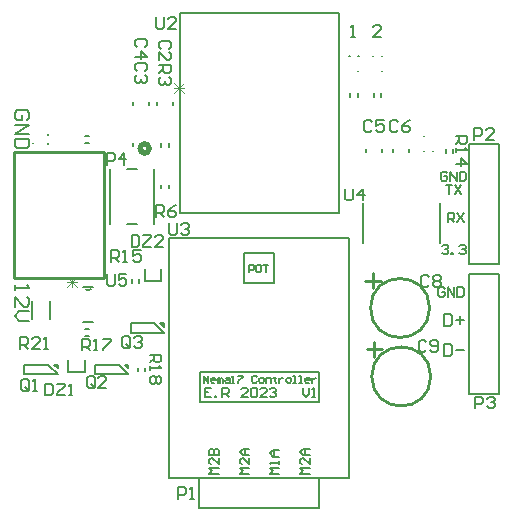
<source format=gto>
G04*
G04 #@! TF.GenerationSoftware,Altium Limited,Altium Designer,20.0.7 (75)*
G04*
G04 Layer_Color=65535*
%FSLAX44Y44*%
%MOMM*%
G71*
G01*
G75*
%ADD10C,0.5080*%
%ADD11C,0.1524*%
%ADD12C,0.2540*%
%ADD13C,0.1500*%
%ADD14C,0.2000*%
%ADD15C,0.1270*%
%ADD16C,0.1800*%
%ADD17C,0.0762*%
D10*
X-93440Y97021D02*
G03*
X-93440Y97021I-3810J0D01*
G01*
D11*
X-147130Y-22195D02*
G03*
X-142870Y-22195I2130J2181D01*
G01*
X-126288Y32759D02*
Y79241D01*
X-111867Y32759D02*
X-104133D01*
X-89712D02*
Y79241D01*
X-111867D02*
X-104133D01*
X-149068Y-20014D02*
X-140932D01*
X-149068Y-49986D02*
X-140932D01*
X-67310Y42723D02*
X67310D01*
Y211379D01*
X-67310D02*
X67310D01*
X-67310Y42723D02*
Y211379D01*
D12*
X145000Y-96000D02*
G03*
X145000Y-96000I-25000J0D01*
G01*
X144000Y-38000D02*
G03*
X144000Y-38000I-25000J0D01*
G01*
X-208100Y-12940D02*
Y93740D01*
X-131900D01*
Y-12940D02*
Y93740D01*
X-208100Y-12940D02*
X-131900D01*
X90740Y-73140D02*
X103490D01*
X97265Y-79390D02*
Y-66640D01*
X89740Y-15140D02*
X102490D01*
X96265Y-21390D02*
Y-8640D01*
D13*
X-50000Y-117500D02*
Y-92500D01*
Y-117500D02*
X50000D01*
Y-92500D01*
X-50000D02*
X50000D01*
X-12700Y8900D02*
X12700D01*
X-12700Y-16500D02*
Y8900D01*
Y-16500D02*
X12700D01*
Y8900D01*
X103165Y191500D02*
X96500D01*
X103165Y198165D01*
Y199831D01*
X101498Y201497D01*
X98166D01*
X96500Y199831D01*
X77500Y191500D02*
X80832D01*
X79166D01*
Y201497D01*
X77500Y199831D01*
X36500Y-105503D02*
Y-110834D01*
X39166Y-113500D01*
X41832Y-110834D01*
Y-105503D01*
X44497Y-113500D02*
X47163D01*
X45830D01*
Y-105503D01*
X44497Y-106835D01*
X-40668Y-105503D02*
X-46000D01*
Y-113500D01*
X-40668D01*
X-46000Y-109501D02*
X-43334D01*
X-38003Y-113500D02*
Y-112167D01*
X-36670D01*
Y-113500D01*
X-38003D01*
X-31338D02*
Y-105503D01*
X-27339D01*
X-26007Y-106835D01*
Y-109501D01*
X-27339Y-110834D01*
X-31338D01*
X-28672D02*
X-26007Y-113500D01*
X-10012D02*
X-15343D01*
X-10012Y-108168D01*
Y-106835D01*
X-11344Y-105503D01*
X-14010D01*
X-15343Y-106835D01*
X-7346D02*
X-6013Y-105503D01*
X-3347D01*
X-2014Y-106835D01*
Y-112167D01*
X-3347Y-113500D01*
X-6013D01*
X-7346Y-112167D01*
Y-106835D01*
X5983Y-113500D02*
X652D01*
X5983Y-108168D01*
Y-106835D01*
X4650Y-105503D01*
X1984D01*
X652Y-106835D01*
X8649D02*
X9982Y-105503D01*
X12648D01*
X13981Y-106835D01*
Y-108168D01*
X12648Y-109501D01*
X11315D01*
X12648D01*
X13981Y-110834D01*
Y-112167D01*
X12648Y-113500D01*
X9982D01*
X8649Y-112167D01*
X42500Y-178500D02*
X34503D01*
X37168Y-175834D01*
X34503Y-173168D01*
X42500D01*
Y-165171D02*
Y-170503D01*
X37168Y-165171D01*
X35835D01*
X34503Y-166504D01*
Y-169170D01*
X35835Y-170503D01*
X42500Y-162505D02*
X37168D01*
X34503Y-159839D01*
X37168Y-157174D01*
X42500D01*
X38501D01*
Y-162505D01*
X16500Y-178500D02*
X8503D01*
X11168Y-175834D01*
X8503Y-173168D01*
X16500D01*
Y-170503D02*
Y-167837D01*
Y-169170D01*
X8503D01*
X9836Y-170503D01*
X16500Y-163838D02*
X11168D01*
X8503Y-161172D01*
X11168Y-158506D01*
X16500D01*
X12501D01*
Y-163838D01*
X-8500Y-178500D02*
X-16497D01*
X-13832Y-175834D01*
X-16497Y-173168D01*
X-8500D01*
Y-165171D02*
Y-170503D01*
X-13832Y-165171D01*
X-15165D01*
X-16497Y-166504D01*
Y-169170D01*
X-15165Y-170503D01*
X-8500Y-162505D02*
X-13832D01*
X-16497Y-159839D01*
X-13832Y-157174D01*
X-8500D01*
X-12499D01*
Y-162505D01*
X-34500Y-178500D02*
X-42497D01*
X-39832Y-175834D01*
X-42497Y-173168D01*
X-34500D01*
Y-165171D02*
Y-170503D01*
X-39832Y-165171D01*
X-41164D01*
X-42497Y-166504D01*
Y-169170D01*
X-41164Y-170503D01*
X-42497Y-162505D02*
X-34500D01*
Y-158506D01*
X-35833Y-157174D01*
X-37166D01*
X-38499Y-158506D01*
Y-162505D01*
Y-158506D01*
X-39832Y-157174D01*
X-41164D01*
X-42497Y-158506D01*
Y-162505D01*
X154500Y14165D02*
X155833Y15497D01*
X158499D01*
X159832Y14165D01*
Y12832D01*
X158499Y11499D01*
X157166D01*
X158499D01*
X159832Y10166D01*
Y8833D01*
X158499Y7500D01*
X155833D01*
X154500Y8833D01*
X162497Y7500D02*
Y8833D01*
X163830D01*
Y7500D01*
X162497D01*
X169162Y14165D02*
X170495Y15497D01*
X173161D01*
X174494Y14165D01*
Y12832D01*
X173161Y11499D01*
X171828D01*
X173161D01*
X174494Y10166D01*
Y8833D01*
X173161Y7500D01*
X170495D01*
X169162Y8833D01*
X159500Y34500D02*
Y42497D01*
X163499D01*
X164832Y41164D01*
Y38499D01*
X163499Y37166D01*
X159500D01*
X162166D02*
X164832Y34500D01*
X167497Y42497D02*
X172829Y34500D01*
Y42497D02*
X167497Y34500D01*
X157500Y66497D02*
X162832D01*
X160166D01*
Y58500D01*
X165497Y66497D02*
X170829Y58500D01*
Y66497D02*
X165497Y58500D01*
X158832Y76164D02*
X157499Y77497D01*
X154833D01*
X153500Y76164D01*
Y70833D01*
X154833Y69500D01*
X157499D01*
X158832Y70833D01*
Y73499D01*
X156166D01*
X161497Y69500D02*
Y77497D01*
X166829Y69500D01*
Y77497D01*
X169495D02*
Y69500D01*
X173493D01*
X174826Y70833D01*
Y76164D01*
X173493Y77497D01*
X169495D01*
X156832Y-21835D02*
X155499Y-20503D01*
X152833D01*
X151500Y-21835D01*
Y-27167D01*
X152833Y-28500D01*
X155499D01*
X156832Y-27167D01*
Y-24501D01*
X154166D01*
X159497Y-28500D02*
Y-20503D01*
X164829Y-28500D01*
Y-20503D01*
X167495D02*
Y-28500D01*
X171493D01*
X172826Y-27167D01*
Y-21835D01*
X171493Y-20503D01*
X167495D01*
X156500Y-68503D02*
Y-78500D01*
X161498D01*
X163165Y-76834D01*
Y-70169D01*
X161498Y-68503D01*
X156500D01*
X166497Y-73502D02*
X173161D01*
X156500Y-43503D02*
Y-53500D01*
X161498D01*
X163165Y-51834D01*
Y-45169D01*
X161498Y-43503D01*
X156500D01*
X166497Y-48502D02*
X173161D01*
X169829Y-45169D02*
Y-51834D01*
X141334Y-66668D02*
X139668Y-65002D01*
X136335D01*
X134669Y-66668D01*
Y-73332D01*
X136335Y-74998D01*
X139668D01*
X141334Y-73332D01*
X144666D02*
X146332Y-74998D01*
X149664D01*
X151331Y-73332D01*
Y-66668D01*
X149664Y-65002D01*
X146332D01*
X144666Y-66668D01*
Y-68334D01*
X146332Y-70000D01*
X151331D01*
X143334Y-11668D02*
X141668Y-10002D01*
X138336D01*
X136669Y-11668D01*
Y-18332D01*
X138336Y-19998D01*
X141668D01*
X143334Y-18332D01*
X146666Y-11668D02*
X148332Y-10002D01*
X151664D01*
X153331Y-11668D01*
Y-13334D01*
X151664Y-15000D01*
X153331Y-16666D01*
Y-18332D01*
X151664Y-19998D01*
X148332D01*
X146666Y-18332D01*
Y-16666D01*
X148332Y-15000D01*
X146666Y-13334D01*
Y-11668D01*
X148332Y-15000D02*
X151664D01*
X-129331Y-9002D02*
Y-17332D01*
X-127664Y-18998D01*
X-124332D01*
X-122666Y-17332D01*
Y-9002D01*
X-112669D02*
X-119334D01*
Y-14000D01*
X-116002Y-12334D01*
X-114335D01*
X-112669Y-14000D01*
Y-17332D01*
X-114335Y-18998D01*
X-117668D01*
X-119334Y-17332D01*
X72669Y62998D02*
Y54668D01*
X74335Y53002D01*
X77668D01*
X79334Y54668D01*
Y62998D01*
X87664Y53002D02*
Y62998D01*
X82666Y58000D01*
X89331D01*
X-76331Y33998D02*
Y25668D01*
X-74665Y24002D01*
X-71332D01*
X-69666Y25668D01*
Y33998D01*
X-66334Y32332D02*
X-64668Y33998D01*
X-61336D01*
X-59669Y32332D01*
Y30666D01*
X-61336Y29000D01*
X-63002D01*
X-61336D01*
X-59669Y27334D01*
Y25668D01*
X-61336Y24002D01*
X-64668D01*
X-66334Y25668D01*
X-87331Y207998D02*
Y199668D01*
X-85665Y198002D01*
X-82332D01*
X-80666Y199668D01*
Y207998D01*
X-70669Y198002D02*
X-77334D01*
X-70669Y204666D01*
Y206332D01*
X-72336Y207998D01*
X-75668D01*
X-77334Y206332D01*
X-202663Y-72998D02*
Y-63002D01*
X-197665D01*
X-195998Y-64668D01*
Y-68000D01*
X-197665Y-69666D01*
X-202663D01*
X-199331D02*
X-195998Y-72998D01*
X-186002D02*
X-192666D01*
X-186002Y-66334D01*
Y-64668D01*
X-187668Y-63002D01*
X-191000D01*
X-192666Y-64668D01*
X-182669Y-72998D02*
X-179337D01*
X-181003D01*
Y-63002D01*
X-182669Y-64668D01*
X-92998Y-77504D02*
X-83002D01*
Y-82502D01*
X-84668Y-84169D01*
X-88000D01*
X-89666Y-82502D01*
Y-77504D01*
Y-80836D02*
X-92998Y-84169D01*
Y-87501D02*
Y-90833D01*
Y-89167D01*
X-83002D01*
X-84668Y-87501D01*
Y-95831D02*
X-83002Y-97498D01*
Y-100830D01*
X-84668Y-102496D01*
X-86334D01*
X-88000Y-100830D01*
X-89666Y-102496D01*
X-91332D01*
X-92998Y-100830D01*
Y-97498D01*
X-91332Y-95831D01*
X-89666D01*
X-88000Y-97498D01*
X-86334Y-95831D01*
X-84668D01*
X-88000Y-97498D02*
Y-100830D01*
X-150496Y-73998D02*
Y-64002D01*
X-145498D01*
X-143832Y-65668D01*
Y-69000D01*
X-145498Y-70666D01*
X-150496D01*
X-147164D02*
X-143832Y-73998D01*
X-140499D02*
X-137167D01*
X-138833D01*
Y-64002D01*
X-140499Y-65668D01*
X-132169Y-64002D02*
X-125504D01*
Y-65668D01*
X-132169Y-72332D01*
Y-73998D01*
X-125496Y1002D02*
Y10998D01*
X-120498D01*
X-118832Y9332D01*
Y6000D01*
X-120498Y4334D01*
X-125496D01*
X-122164D02*
X-118832Y1002D01*
X-115499D02*
X-112167D01*
X-113833D01*
Y10998D01*
X-115499Y9332D01*
X-100504Y10998D02*
X-107169D01*
Y6000D01*
X-103836Y7666D01*
X-102170D01*
X-100504Y6000D01*
Y2668D01*
X-102170Y1002D01*
X-105502D01*
X-107169Y2668D01*
X166002Y107496D02*
X175998D01*
Y102498D01*
X174332Y100831D01*
X171000D01*
X169334Y102498D01*
Y107496D01*
Y104164D02*
X166002Y100831D01*
Y97499D02*
Y94167D01*
Y95833D01*
X175998D01*
X174332Y97499D01*
X166002Y84170D02*
X175998D01*
X171000Y89169D01*
Y82504D01*
X-87331Y39002D02*
Y48998D01*
X-82332D01*
X-80666Y47332D01*
Y44000D01*
X-82332Y42334D01*
X-87331D01*
X-83998D02*
X-80666Y39002D01*
X-70669Y48998D02*
X-74002Y47332D01*
X-77334Y44000D01*
Y40668D01*
X-75668Y39002D01*
X-72336D01*
X-70669Y40668D01*
Y42334D01*
X-72336Y44000D01*
X-77334D01*
X-84998Y167331D02*
X-75002D01*
Y162332D01*
X-76668Y160666D01*
X-80000D01*
X-81666Y162332D01*
Y167331D01*
Y163998D02*
X-84998Y160666D01*
X-76668Y157334D02*
X-75002Y155668D01*
Y152336D01*
X-76668Y150669D01*
X-78334D01*
X-80000Y152336D01*
Y154002D01*
Y152336D01*
X-81666Y150669D01*
X-83332D01*
X-84998Y152336D01*
Y155668D01*
X-83332Y157334D01*
X-109666Y-70332D02*
Y-63668D01*
X-111332Y-62002D01*
X-114664D01*
X-116331Y-63668D01*
Y-70332D01*
X-114664Y-71998D01*
X-111332D01*
X-112998Y-68666D02*
X-109666Y-71998D01*
X-111332D02*
X-109666Y-70332D01*
X-106334Y-63668D02*
X-104668Y-62002D01*
X-101335D01*
X-99669Y-63668D01*
Y-65334D01*
X-101335Y-67000D01*
X-103002D01*
X-101335D01*
X-99669Y-68666D01*
Y-70332D01*
X-101335Y-71998D01*
X-104668D01*
X-106334Y-70332D01*
X-139666Y-104332D02*
Y-97668D01*
X-141332Y-96002D01*
X-144664D01*
X-146331Y-97668D01*
Y-104332D01*
X-144664Y-105998D01*
X-141332D01*
X-142998Y-102666D02*
X-139666Y-105998D01*
X-141332D02*
X-139666Y-104332D01*
X-129669Y-105998D02*
X-136334D01*
X-129669Y-99334D01*
Y-97668D01*
X-131335Y-96002D01*
X-134668D01*
X-136334Y-97668D01*
X-195000Y-106332D02*
Y-99668D01*
X-196666Y-98002D01*
X-199998D01*
X-201665Y-99668D01*
Y-106332D01*
X-199998Y-107998D01*
X-196666D01*
X-198332Y-104666D02*
X-195000Y-107998D01*
X-196666D02*
X-195000Y-106332D01*
X-191668Y-107998D02*
X-188335D01*
X-190002D01*
Y-98002D01*
X-191668Y-99668D01*
X-129331Y83002D02*
Y92998D01*
X-124332D01*
X-122666Y91332D01*
Y88000D01*
X-124332Y86334D01*
X-129331D01*
X-114335Y83002D02*
Y92998D01*
X-119334Y88000D01*
X-112669D01*
X182669Y-122998D02*
Y-113002D01*
X187668D01*
X189334Y-114668D01*
Y-118000D01*
X187668Y-119666D01*
X182669D01*
X192666Y-114668D02*
X194332Y-113002D01*
X197665D01*
X199331Y-114668D01*
Y-116334D01*
X197665Y-118000D01*
X195998D01*
X197665D01*
X199331Y-119666D01*
Y-121332D01*
X197665Y-122998D01*
X194332D01*
X192666Y-121332D01*
X181669Y104002D02*
Y113998D01*
X186668D01*
X188334Y112332D01*
Y109000D01*
X186668Y107334D01*
X181669D01*
X198331Y104002D02*
X191666D01*
X198331Y110666D01*
Y112332D01*
X196665Y113998D01*
X193332D01*
X191666Y112332D01*
X-68664Y-199998D02*
Y-190002D01*
X-63666D01*
X-62000Y-191668D01*
Y-195000D01*
X-63666Y-196666D01*
X-68664D01*
X-58668Y-199998D02*
X-55335D01*
X-57002D01*
Y-190002D01*
X-58668Y-191668D01*
X-108329Y23998D02*
Y14002D01*
X-103331D01*
X-101664Y15668D01*
Y22332D01*
X-103331Y23998D01*
X-108329D01*
X-98332D02*
X-91668D01*
Y22332D01*
X-98332Y15668D01*
Y14002D01*
X-91668D01*
X-81671D02*
X-88336D01*
X-81671Y20666D01*
Y22332D01*
X-83337Y23998D01*
X-86669D01*
X-88336Y22332D01*
X-181663Y-102002D02*
Y-111998D01*
X-176665D01*
X-174998Y-110332D01*
Y-103668D01*
X-176665Y-102002D01*
X-181663D01*
X-171666D02*
X-165002D01*
Y-103668D01*
X-171666Y-110332D01*
Y-111998D01*
X-165002D01*
X-161669D02*
X-158337D01*
X-160003D01*
Y-102002D01*
X-161669Y-103668D01*
X117334Y119332D02*
X115668Y120998D01*
X112336D01*
X110669Y119332D01*
Y112668D01*
X112336Y111002D01*
X115668D01*
X117334Y112668D01*
X127331Y120998D02*
X123998Y119332D01*
X120666Y116000D01*
Y112668D01*
X122332Y111002D01*
X125665D01*
X127331Y112668D01*
Y114334D01*
X125665Y116000D01*
X120666D01*
X95334Y119332D02*
X93668Y120998D01*
X90336D01*
X88669Y119332D01*
Y112668D01*
X90336Y111002D01*
X93668D01*
X95334Y112668D01*
X105331Y120998D02*
X98666D01*
Y116000D01*
X101998Y117666D01*
X103665D01*
X105331Y116000D01*
Y112668D01*
X103665Y111002D01*
X100332D01*
X98666Y112668D01*
X-96668Y182666D02*
X-95002Y184332D01*
Y187665D01*
X-96668Y189331D01*
X-103332D01*
X-104998Y187665D01*
Y184332D01*
X-103332Y182666D01*
X-104998Y174335D02*
X-95002D01*
X-100000Y179334D01*
Y172669D01*
X-96668Y162666D02*
X-95002Y164332D01*
Y167665D01*
X-96668Y169331D01*
X-103332D01*
X-104998Y167665D01*
Y164332D01*
X-103332Y162666D01*
X-96668Y159334D02*
X-95002Y157668D01*
Y154335D01*
X-96668Y152669D01*
X-98334D01*
X-100000Y154335D01*
Y156002D01*
Y154335D01*
X-101666Y152669D01*
X-103332D01*
X-104998Y154335D01*
Y157668D01*
X-103332Y159334D01*
X-76668Y181666D02*
X-75002Y183332D01*
Y186665D01*
X-76668Y188331D01*
X-83332D01*
X-84998Y186665D01*
Y183332D01*
X-83332Y181666D01*
X-84998Y171669D02*
Y178334D01*
X-78334Y171669D01*
X-76668D01*
X-75002Y173335D01*
Y176668D01*
X-76668Y178334D01*
D14*
X50800Y-207700D02*
Y-182300D01*
X-50800D02*
X50800D01*
X-50800Y-207700D02*
X50800D01*
X-50800D02*
Y-182300D01*
X-147500Y102000D02*
X-144500D01*
X-147500Y108000D02*
X-144500D01*
X-108000Y-16500D02*
Y-13500D01*
X-102000Y-16500D02*
Y-13500D01*
X-179001Y100873D02*
X-179000Y101250D01*
Y108750D02*
X-178999Y109127D01*
X-191751Y101312D02*
X-191749Y101688D01*
X-177750Y-47500D02*
Y-32250D01*
X-192250Y-47750D02*
Y-32500D01*
X-199000Y-94000D02*
X-171000D01*
X-199000D02*
Y-86000D01*
X-179000D01*
X-171000Y-94000D01*
X-174000Y-86000D02*
X-171000D01*
X-174000D02*
X-171000Y-89000D01*
Y-86000D01*
X-162000Y-92000D02*
Y-82000D01*
Y-92000D02*
X-148000D01*
Y-82000D01*
X-139000Y-94000D02*
X-111000D01*
X-139000D02*
Y-86000D01*
X-119000D01*
X-111000Y-94000D01*
X-114000Y-86000D02*
X-111000D01*
X-114000D02*
X-111000Y-89000D01*
Y-86000D01*
X-97000Y-91500D02*
Y-88500D01*
X-103000Y-91500D02*
Y-88500D01*
X-109000Y-59000D02*
X-81000D01*
X-109000D02*
Y-51000D01*
X-89000D01*
X-81000Y-59000D01*
X-84000Y-51000D02*
X-81000D01*
X-84000D02*
X-81000Y-54000D01*
Y-51000D01*
X57150Y-181600D02*
X69850D01*
X-76200D02*
Y21599D01*
X76200D01*
Y-181600D02*
Y21599D01*
X-76200Y-181600D02*
X57150D01*
X69850D02*
X76200D01*
X-97000Y-15000D02*
Y-5000D01*
Y-15000D02*
X-83000D01*
Y-5000D01*
X-77000Y63500D02*
Y66500D01*
X-83000Y63500D02*
Y66500D01*
X-77000Y98500D02*
Y101500D01*
X-83000Y98500D02*
Y101500D01*
X-93250Y98750D02*
Y101250D01*
X-106750Y98750D02*
Y101250D01*
X-86750Y133750D02*
Y136250D01*
X-73250Y133750D02*
Y136250D01*
X-106750Y133750D02*
Y136250D01*
X-93250Y133750D02*
Y136250D01*
X103000Y141000D02*
Y144000D01*
X97000Y141000D02*
Y144000D01*
X103750Y175000D02*
X104127Y174999D01*
X95873Y175001D02*
X96250Y175000D01*
X103312Y162250D02*
X103688Y162250D01*
X83750Y175000D02*
X84127Y174999D01*
X75873Y175001D02*
X76250Y175000D01*
X83311Y162250D02*
X83688Y162250D01*
X152501Y17201D02*
Y51008D01*
X87499Y17201D02*
Y51008D01*
X164000Y93500D02*
Y96500D01*
X158000Y93500D02*
Y96500D01*
X138873Y95001D02*
X139250Y95000D01*
X146750D02*
X147127Y94999D01*
X139312Y107751D02*
X139689Y107750D01*
X113250Y93750D02*
Y96250D01*
X126750Y93750D02*
Y96250D01*
X90250Y93750D02*
Y96250D01*
X103750Y93750D02*
Y96250D01*
X177300Y-110800D02*
X202700D01*
Y-9200D01*
X177300Y-110800D02*
Y-9200D01*
X202700D01*
X177300Y-800D02*
X202700D01*
Y100800D01*
X177300Y-800D02*
Y100800D01*
X202700D01*
X-147500Y-62000D02*
X-144500D01*
X-147500Y-56000D02*
X-144500D01*
X77000Y141000D02*
Y144000D01*
X83000Y141000D02*
Y144000D01*
D15*
X-47230Y-101230D02*
Y-95232D01*
X-43231Y-101230D01*
Y-95232D01*
X-38233Y-101230D02*
X-40232D01*
X-41232Y-100230D01*
Y-98231D01*
X-40232Y-97231D01*
X-38233D01*
X-37233Y-98231D01*
Y-99231D01*
X-41232D01*
X-35234Y-101230D02*
Y-97231D01*
X-34234D01*
X-33235Y-98231D01*
Y-101230D01*
Y-98231D01*
X-32235Y-97231D01*
X-31235Y-98231D01*
Y-101230D01*
X-28236Y-97231D02*
X-26237D01*
X-25237Y-98231D01*
Y-101230D01*
X-28236D01*
X-29236Y-100230D01*
X-28236Y-99231D01*
X-25237D01*
X-23238Y-101230D02*
X-21238D01*
X-22238D01*
Y-95232D01*
X-23238Y-96232D01*
X-18239Y-95232D02*
X-14241D01*
Y-96232D01*
X-18239Y-100230D01*
Y-101230D01*
X-2245Y-96232D02*
X-3244Y-95232D01*
X-5244D01*
X-6243Y-96232D01*
Y-100230D01*
X-5244Y-101230D01*
X-3244D01*
X-2245Y-100230D01*
X754Y-101230D02*
X2754D01*
X3753Y-100230D01*
Y-98231D01*
X2754Y-97231D01*
X754D01*
X-245Y-98231D01*
Y-100230D01*
X754Y-101230D01*
X5753D02*
Y-97231D01*
X8752D01*
X9751Y-98231D01*
Y-101230D01*
X12751Y-96232D02*
Y-97231D01*
X11751D01*
X13750D01*
X12751D01*
Y-100230D01*
X13750Y-101230D01*
X16749Y-97231D02*
Y-101230D01*
Y-99231D01*
X17749Y-98231D01*
X18749Y-97231D01*
X19748D01*
X23747Y-101230D02*
X25746D01*
X26746Y-100230D01*
Y-98231D01*
X25746Y-97231D01*
X23747D01*
X22747Y-98231D01*
Y-100230D01*
X23747Y-101230D01*
X28745D02*
X30745D01*
X29745D01*
Y-95232D01*
X28745D01*
X33744Y-101230D02*
X35743D01*
X34743D01*
Y-95232D01*
X33744D01*
X41741Y-101230D02*
X39742D01*
X38742Y-100230D01*
Y-98231D01*
X39742Y-97231D01*
X41741D01*
X42741Y-98231D01*
Y-99231D01*
X38742D01*
X44740Y-97231D02*
Y-101230D01*
Y-99231D01*
X45740Y-98231D01*
X46740Y-97231D01*
X47739D01*
X-8730Y-7730D02*
Y-1732D01*
X-5731D01*
X-4731Y-2732D01*
Y-4731D01*
X-5731Y-5731D01*
X-8730D01*
X267Y-1732D02*
X-1732D01*
X-2732Y-2732D01*
Y-6730D01*
X-1732Y-7730D01*
X267D01*
X1267Y-6730D01*
Y-2732D01*
X267Y-1732D01*
X3266D02*
X7265D01*
X5265D01*
Y-7730D01*
D16*
X-197203Y121203D02*
X-195204Y123202D01*
Y127201D01*
X-197203Y129200D01*
X-205201D01*
X-207200Y127201D01*
Y123202D01*
X-205201Y121203D01*
X-201202D01*
Y125201D01*
X-207200Y117204D02*
X-195204D01*
X-207200Y109206D01*
X-195204D01*
Y105208D02*
X-207200D01*
Y99210D01*
X-205201Y97210D01*
X-197203D01*
X-195204Y99210D01*
Y105208D01*
X-207200Y-18800D02*
Y-22799D01*
Y-20799D01*
X-195204D01*
X-197203Y-18800D01*
X-207200Y-36794D02*
Y-28797D01*
X-199202Y-36794D01*
X-197203D01*
X-195204Y-34795D01*
Y-30796D01*
X-197203Y-28797D01*
X-195204Y-40793D02*
X-203201D01*
X-207200Y-44792D01*
X-203201Y-48790D01*
X-195204D01*
D17*
X-162653Y-11622D02*
X-154189Y-20086D01*
X-162653D02*
X-154189Y-11622D01*
X-162653Y-15854D02*
X-154189D01*
X-158421Y-20086D02*
Y-11622D01*
X-72589Y152040D02*
X-64125Y143576D01*
X-72589D02*
X-64125Y152040D01*
X-72589Y147808D02*
X-64125D01*
X-68357Y143576D02*
Y152040D01*
M02*

</source>
